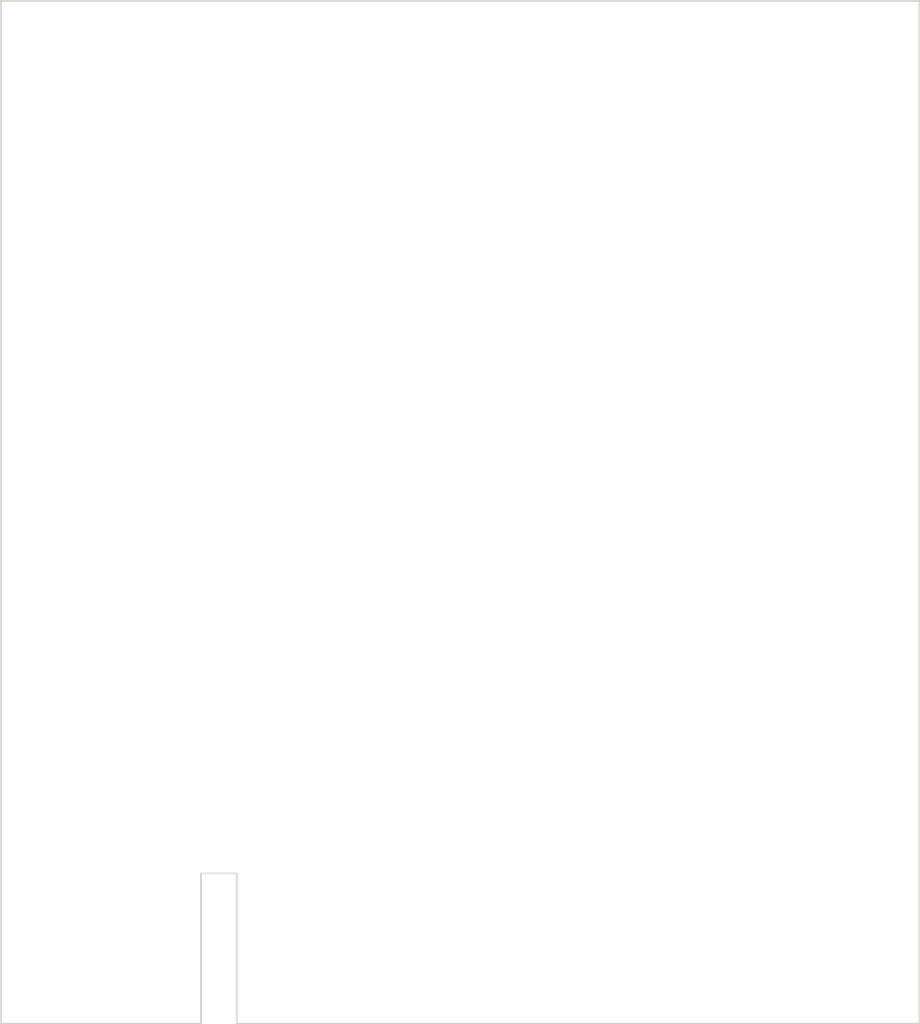
<source format=kicad_pcb>
(kicad_pcb (version 4) (host pcbnew 4.0.2-stable)

  (general
    (links 0)
    (no_connects 0)
    (area 122.642599 84.749999 174.397401 142.4024)
    (thickness 1)
    (drawings 8)
    (tracks 0)
    (zones 0)
    (modules 0)
    (nets 1)
  )

  (page A4)
  (layers
    (0 F.Cu signal)
    (31 B.Cu signal)
    (34 B.Paste user)
    (35 F.Paste user)
    (36 B.SilkS user)
    (37 F.SilkS user)
    (38 B.Mask user)
    (39 F.Mask user)
    (44 Edge.Cuts user)
  )

  (setup
    (last_trace_width 0.1524)
    (trace_clearance 0.1524)
    (zone_clearance 0.508)
    (zone_45_only no)
    (trace_min 0.1524)
    (segment_width 0.2)
    (edge_width 0.1)
    (via_size 0.6858)
    (via_drill 0.3302)
    (via_min_size 0.6858)
    (via_min_drill 0.3302)
    (uvia_size 0.762)
    (uvia_drill 0.508)
    (uvias_allowed no)
    (uvia_min_size 0)
    (uvia_min_drill 0)
    (pcb_text_width 0.3)
    (pcb_text_size 1.5 1.5)
    (mod_edge_width 0.15)
    (mod_text_size 1 1)
    (mod_text_width 0.15)
    (pad_size 0.75 5.5)
    (pad_drill 0)
    (pad_to_mask_clearance 0)
    (aux_axis_origin 0 0)
    (visible_elements 7FFFFFFF)
    (pcbplotparams
      (layerselection 0x00030_80000001)
      (usegerberextensions false)
      (excludeedgelayer true)
      (linewidth 0.100000)
      (plotframeref false)
      (viasonmask false)
      (mode 1)
      (useauxorigin false)
      (hpglpennumber 1)
      (hpglpenspeed 20)
      (hpglpendiameter 15)
      (hpglpenoverlay 2)
      (psnegative false)
      (psa4output false)
      (plotreference true)
      (plotvalue true)
      (plotinvisibletext false)
      (padsonsilk false)
      (subtractmaskfromsilk false)
      (outputformat 1)
      (mirror false)
      (drillshape 1)
      (scaleselection 1)
      (outputdirectory ""))
  )

  (net 0 "")

  (net_class Default "This is the default net class."
    (clearance 0.1524)
    (trace_width 0.1524)
    (via_dia 0.6858)
    (via_drill 0.3302)
    (uvia_dia 0.762)
    (uvia_drill 0.508)
  )

  (gr_line (start 122.8 142) (end 134 142) (angle 90) (layer Edge.Cuts) (width 0.1))
  (gr_line (start 122.8 84.8) (end 122.8 142) (angle 90) (layer Edge.Cuts) (width 0.1))
  (gr_line (start 174.2 84.8) (end 122.8 84.8) (angle 90) (layer Edge.Cuts) (width 0.1))
  (gr_line (start 174.2 142) (end 174.2 84.8) (angle 90) (layer Edge.Cuts) (width 0.1))
  (gr_line (start 136 142) (end 174.2 142) (angle 90) (layer Edge.Cuts) (width 0.1))
  (gr_line (start 136 133.6) (end 136 142) (angle 90) (layer Edge.Cuts) (width 0.1))
  (gr_line (start 134 133.6) (end 136 133.6) (angle 90) (layer Edge.Cuts) (width 0.1))
  (gr_line (start 134 142) (end 134 133.6) (angle 90) (layer Edge.Cuts) (width 0.1))

)

</source>
